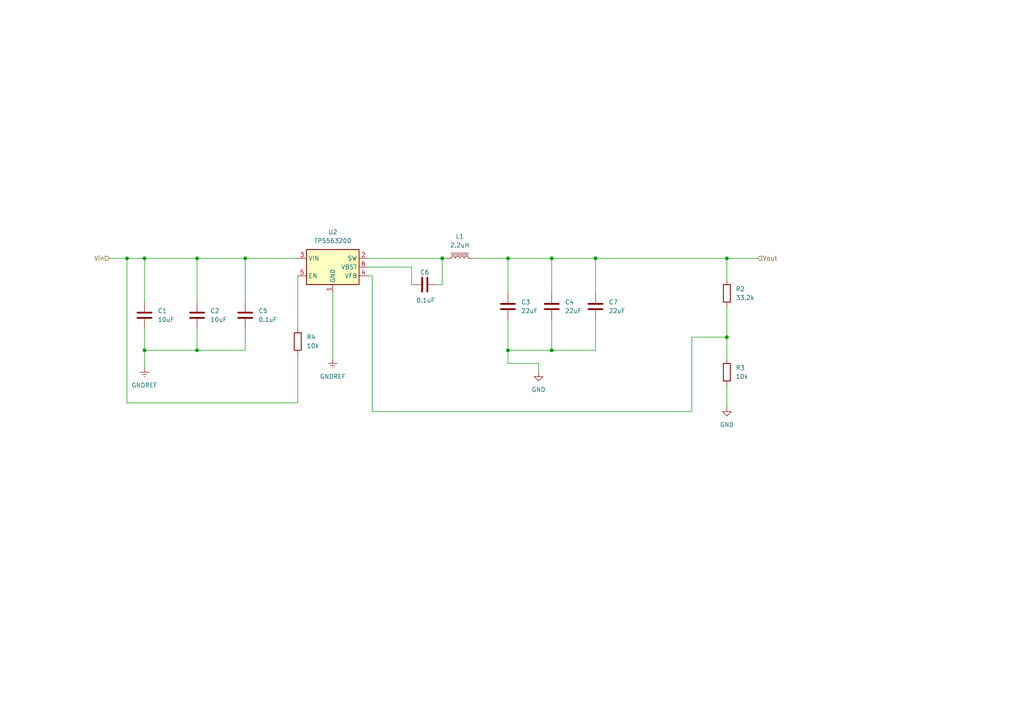
<source format=kicad_sch>
(kicad_sch (version 20250114) (generator "eeschema") (generator_version "9.0")
  (paper "A4")
  (title_block (title "Buck_Converter_6V-3,3V") (date "2025-11-23") (company "Murex") (comment 1 "Author: Kevin Chen"))
  (lib_symbols
    (symbol "Device:C" (pin_numbers (hide yes)) (pin_names (offset 0.254))
      (property "Reference" "C" (at 0.635 2.54 0))
      (property "Value" "C" (at 0.635 -2.54 0))
      (symbol "C_0_1"
        (polyline (pts (xy -2.032 0.762) (xy 2.032 0.762)) (stroke (width 0.508)))
        (polyline (pts (xy -2.032 -0.762) (xy 2.032 -0.762)) (stroke (width 0.508)))
      )
      (symbol "C_1_1"
        (pin passive line (at 0 3.81 270) (length 2.794) (name "~") (number "1"))
        (pin passive line (at 0 -3.81 90) (length 2.794) (name "~") (number "2"))
      )
    )
    (symbol "Device:L_Iron" (pin_numbers (hide yes)) (pin_names (offset 1.016) (hide yes))
      (property "Reference" "L" (at -1.27 0 90))
      (property "Value" "L_Iron" (at 2.794 0 90))
      (symbol "L_Iron_0_1"
        (arc (start 0 2.54) (mid 0.6323 1.905) (end 0 1.27))
        (arc (start 0 1.27) (mid 0.6323 0.635) (end 0 0))
        (arc (start 0 0) (mid 0.6323 -0.635) (end 0 -1.27))
        (arc (start 0 -1.27) (mid 0.6323 -1.905) (end 0 -2.54))
        (polyline (pts (xy 1.016 2.54) (xy 1.016 -2.54)))
        (polyline (pts (xy 1.524 -2.54) (xy 1.524 2.54)))
      )
      (symbol "L_Iron_1_1"
        (pin passive line (at 0 3.81 270) (length 1.27) (name "1") (number "1"))
        (pin passive line (at 0 -3.81 90) (length 1.27) (name "2") (number "2"))
      )
    )
    (symbol "Device:R" (pin_numbers (hide yes)) (pin_names (offset 0))
      (property "Reference" "R" (at 2.032 0 90))
      (property "Value" "R" (at 0 0 90))
      (symbol "R_0_1"
        (rectangle (start -1.016 -2.54) (end 1.016 2.54) (stroke (width 0.254)))
      )
      (symbol "R_1_1"
        (pin passive line (at 0 3.81 270) (length 1.27) (name "~") (number "1"))
        (pin passive line (at 0 -3.81 90) (length 1.27) (name "~") (number "2"))
      )
    )
    (symbol "Regulator_Switching:TPS563200"
      (property "Reference" "U" (at -7.62 6.35 0))
      (property "Value" "TPS563200" (at -2.54 6.35 0))
      (symbol "TPS563200_0_1"
        (rectangle (start -7.62 5.08) (end 7.62 -5.08) (stroke (width 0.254)) (fill (type background)))
      )
      (symbol "TPS563200_1_1"
        (pin power_in line (at -10.16 2.54 0) (length 2.54) (name "VIN") (number "3"))
        (pin input line (at -10.16 -2.54 0) (length 2.54) (name "EN") (number "5"))
        (pin power_in line (at 0 -7.62 90) (length 2.54) (name "GND") (number "1"))
        (pin output line (at 10.16 2.54 180) (length 2.54) (name "SW") (number "2"))
        (pin passive line (at 10.16 0 180) (length 2.54) (name "VBST") (number "6"))
        (pin input line (at 10.16 -2.54 180) (length 2.54) (name "VFB") (number "4"))
      )
    )
    (symbol "power:GND" (power) (pin_numbers (hide yes)) (pin_names (offset 0) (hide yes))
      (property "Value" "GND" (at 0 -3.81 0))
      (symbol "GND_0_1"
        (polyline (pts (xy 0 0) (xy 0 -1.27) (xy 1.27 -1.27) (xy 0 -2.54) (xy -1.27 -1.27) (xy 0 -1.27)))
      )
      (symbol "GND_1_1"
        (pin power_in line (at 0 0 270) (length 0) (name "~") (number "1"))
      )
    )
    (symbol "power:GNDREF" (power) (pin_numbers (hide yes)) (pin_names (offset 0) (hide yes))
      (property "Value" "GNDREF" (at 0 -3.81 0))
      (symbol "GNDREF_0_1"
        (polyline (pts (xy -0.635 -1.905) (xy 0.635 -1.905)))
        (polyline (pts (xy -0.127 -2.54) (xy 0.127 -2.54)))
        (polyline (pts (xy 0 -1.27) (xy 0 0)))
        (polyline (pts (xy 1.27 -1.27) (xy -1.27 -1.27)))
      )
      (symbol "GNDREF_1_1"
        (pin power_in line (at 0 0 270) (length 0) (name "~") (number "1"))
      )
    )
  )
  (junction (at 57.15 74.93))
  (junction (at 210.82 97.79))
  (junction (at 41.91 101.6))
  (junction (at 160.02 101.6))
  (junction (at 57.15 101.6))
  (junction (at 36.83 74.93))
  (junction (at 172.72 74.93))
  (junction (at 128.27 74.93))
  (junction (at 71.12 74.93))
  (junction (at 41.91 74.93))
  (junction (at 147.32 101.6))
  (junction (at 160.02 74.93))
  (junction (at 210.82 74.93))
  (junction (at 147.32 74.93))
  (wire (pts (xy 57.15 95.25) (xy 57.15 101.6)))
  (wire (pts (xy 128.27 82.55) (xy 128.27 74.93)))
  (wire (pts (xy 36.83 74.93) (xy 41.91 74.93)))
  (wire (pts (xy 41.91 101.6) (xy 41.91 106.68)))
  (wire (pts (xy 31.75 74.93) (xy 36.83 74.93)))
  (wire (pts (xy 156.21 105.41) (xy 147.32 105.41)))
  (wire (pts (xy 172.72 92.71) (xy 172.72 101.6)))
  (wire (pts (xy 210.82 97.79) (xy 210.82 104.14)))
  (wire (pts (xy 106.68 77.47) (xy 119.38 77.47)))
  (wire (pts (xy 86.36 116.84) (xy 86.36 102.87)))
  (wire (pts (xy 107.95 119.38) (xy 107.95 80.01)))
  (wire (pts (xy 128.27 74.93) (xy 129.54 74.93)))
  (wire (pts (xy 36.83 116.84) (xy 86.36 116.84)))
  (wire (pts (xy 160.02 92.71) (xy 160.02 101.6)))
  (wire (pts (xy 210.82 74.93) (xy 219.71 74.93)))
  (wire (pts (xy 41.91 74.93) (xy 41.91 87.63)))
  (wire (pts (xy 147.32 101.6) (xy 147.32 105.41)))
  (wire (pts (xy 172.72 101.6) (xy 160.02 101.6)))
  (wire (pts (xy 41.91 101.6) (xy 57.15 101.6)))
  (wire (pts (xy 71.12 74.93) (xy 71.12 87.63)))
  (wire (pts (xy 41.91 74.93) (xy 57.15 74.93)))
  (wire (pts (xy 41.91 95.25) (xy 41.91 101.6)))
  (wire (pts (xy 57.15 74.93) (xy 57.15 87.63)))
  (wire (pts (xy 210.82 111.76) (xy 210.82 118.11)))
  (wire (pts (xy 210.82 88.9) (xy 210.82 97.79)))
  (wire (pts (xy 200.66 97.79) (xy 200.66 119.38)))
  (wire (pts (xy 96.52 85.09) (xy 96.52 104.14)))
  (wire (pts (xy 71.12 74.93) (xy 86.36 74.93)))
  (wire (pts (xy 71.12 101.6) (xy 71.12 95.25)))
  (wire (pts (xy 57.15 101.6) (xy 71.12 101.6)))
  (wire (pts (xy 106.68 74.93) (xy 128.27 74.93)))
  (wire (pts (xy 210.82 97.79) (xy 200.66 97.79)))
  (wire (pts (xy 172.72 74.93) (xy 210.82 74.93)))
  (wire (pts (xy 147.32 74.93) (xy 160.02 74.93)))
  (wire (pts (xy 57.15 74.93) (xy 71.12 74.93)))
  (wire (pts (xy 119.38 77.47) (xy 119.38 82.55)))
  (wire (pts (xy 172.72 74.93) (xy 172.72 85.09)))
  (wire (pts (xy 137.16 74.93) (xy 147.32 74.93)))
  (wire (pts (xy 86.36 95.25) (xy 86.36 80.01)))
  (wire (pts (xy 160.02 101.6) (xy 147.32 101.6)))
  (wire (pts (xy 210.82 74.93) (xy 210.82 81.28)))
  (wire (pts (xy 156.21 107.95) (xy 156.21 105.41)))
  (wire (pts (xy 160.02 74.93) (xy 172.72 74.93)))
  (wire (pts (xy 36.83 74.93) (xy 36.83 116.84)))
  (wire (pts (xy 127 82.55) (xy 128.27 82.55)))
  (wire (pts (xy 200.66 119.38) (xy 107.95 119.38)))
  (wire (pts (xy 147.32 92.71) (xy 147.32 101.6)))
  (wire (pts (xy 107.95 80.01) (xy 106.68 80.01)))
  (wire (pts (xy 147.32 74.93) (xy 147.32 85.09)))
  (wire (pts (xy 160.02 74.93) (xy 160.02 85.09)))
  (hierarchical_label "Vin" (shape input) (at 31.75 74.93 180))
  (hierarchical_label "Vout" (shape input) (at 219.71 74.93 0))
  (symbol (lib_id "power:GND") (at 156.21 107.95 0) (unit 1)
    (property "Reference" "#PWR04" (effects (hide yes)))
    (property "Value" "GND" (at 156.21 113.03 0))
    (property "Description" "Power symbol creates a global label with name \"GND\" , ground" (effects (hide yes)))
  )
  (symbol (lib_id "power:GNDREF") (at 41.91 106.68 0) (unit 1)
    (property "Reference" "#PWR06" (effects (hide yes)))
    (property "Value" "GNDREF" (at 41.91 111.76 0))
    (property "Description" "Power symbol creates a global label with name \"GNDREF\" , reference supply ground" (effects (hide yes)))
  )
  (symbol (lib_id "Device:C") (at 71.12 91.44 0) (unit 1)
    (property "Reference" "C5" (at 74.93 90.1699 0) (effects (justify left)))
    (property "Value" "0.1uF" (at 74.93 92.7099 0) (effects (justify left)))
    (property "Footprint" "Capacitor_SMD:C_0603_1608Metric" (effects (hide yes)))
    (property "Description" "Unpolarized capacitor" (effects (hide yes)))
  )
  (symbol (lib_id "Device:R") (at 210.82 85.09 0) (unit 1)
    (property "Reference" "R2" (at 213.36 83.8199 0) (effects (justify left)))
    (property "Value" "33.2k" (at 213.36 86.3599 0) (effects (justify left)))
    (property "Footprint" "Resistor_SMD:R_0603_1608Metric" (effects (hide yes)))
    (property "Description" "Resistor" (effects (hide yes)))
  )
  (symbol (lib_id "Regulator_Switching:TPS563200") (at 96.52 77.47 0) (unit 1)
    (property "Reference" "U2" (at 96.52 67.31 0))
    (property "Value" "TPS563200" (at 96.52 69.85 0))
    (property "Footprint" "Package_TO_SOT_SMD:SOT-23-6" (effects (hide yes)))
    (property "Datasheet" "http://www.ti.com/lit/ds/symlink/tps563200.pdf" (effects (hide yes)))
    (property "Description" "3A Synchronous Step-Down Voltage Regulator, Adjustable Output Voltage, 4.5-17V Input Voltage, SOT-23-6" (effects (hide yes)))
  )
  (symbol (lib_id "Device:R") (at 210.82 107.95 0) (unit 1)
    (property "Reference" "R3" (at 213.36 106.6799 0) (effects (justify left)))
    (property "Value" "10k" (at 213.36 109.2199 0) (effects (justify left)))
    (property "Footprint" "Resistor_SMD:R_0603_1608Metric" (effects (hide yes)))
    (property "Description" "Resistor" (effects (hide yes)))
  )
  (symbol (lib_id "Device:C") (at 41.91 91.44 0) (unit 1)
    (property "Reference" "C1" (at 45.72 90.1699 0) (effects (justify left)))
    (property "Value" "10uF" (at 45.72 92.7099 0) (effects (justify left)))
    (property "Footprint" "Capacitor_SMD:C_0603_1608Metric" (effects (hide yes)))
    (property "Description" "Unpolarized capacitor" (effects (hide yes)))
  )
  (symbol (lib_id "Device:C") (at 160.02 88.9 0) (unit 1)
    (property "Reference" "C4" (at 163.83 87.6299 0) (effects (justify left)))
    (property "Value" "22uF" (at 163.83 90.1699 0) (effects (justify left)))
    (property "Footprint" "Capacitor_SMD:C_0805_2012Metric" (effects (hide yes)))
    (property "Description" "Unpolarized capacitor" (effects (hide yes)))
  )
  (symbol (lib_id "Device:C") (at 172.72 88.9 0) (unit 1)
    (property "Reference" "C7" (at 176.53 87.6299 0) (effects (justify left)))
    (property "Value" "22uF" (at 176.53 90.1699 0) (effects (justify left)))
    (property "Footprint" "Capacitor_SMD:C_0603_1608Metric" (effects (hide yes)))
    (property "Description" "Unpolarized capacitor" (effects (hide yes)))
  )
  (symbol (lib_id "power:GND") (at 210.82 118.11 0) (unit 1)
    (property "Reference" "#PWR03" (effects (hide yes)))
    (property "Value" "GND" (at 210.82 123.19 0))
    (property "Description" "Power symbol creates a global label with name \"GND\" , ground" (effects (hide yes)))
  )
  (symbol (lib_id "power:GNDREF") (at 96.52 104.14 0) (unit 1)
    (property "Reference" "#PWR08" (effects (hide yes)))
    (property "Value" "GNDREF" (at 96.52 109.22 0))
    (property "Description" "Power symbol creates a global label with name \"GNDREF\" , reference supply ground" (effects (hide yes)))
  )
  (symbol (lib_id "Device:C") (at 123.19 82.55 90) (unit 1)
    (property "Reference" "C6" (at 123.19 78.994 90))
    (property "Value" "0.1uF" (at 123.444 87.122 90))
    (property "Footprint" "Capacitor_SMD:C_0402_1005Metric" (effects (hide yes)))
    (property "Description" "Unpolarized capacitor" (effects (hide yes)))
  )
  (symbol (lib_id "Device:L_Iron") (at 133.35 74.93 90) (unit 1)
    (property "Reference" "L1" (at 133.35 68.58 90))
    (property "Value" "2.2uH" (at 133.35 71.12 90))
    (property "Footprint" "Inductor_SMD:L_Vishay_IHLP-2525" (effects (hide yes)))
    (property "Description" "Inductor with iron core" (effects (hide yes)))
  )
  (symbol (lib_id "Device:C") (at 147.32 88.9 0) (unit 1)
    (property "Reference" "C3" (at 151.13 87.6299 0) (effects (justify left)))
    (property "Value" "22uF" (at 151.13 90.1699 0) (effects (justify left)))
    (property "Footprint" "Capacitor_SMD:C_0805_2012Metric" (effects (hide yes)))
    (property "Description" "Unpolarized capacitor" (effects (hide yes)))
  )
  (symbol (lib_id "Device:R") (at 86.36 99.06 0) (unit 1)
    (property "Reference" "R4" (at 88.9 97.7899 0) (effects (justify left)))
    (property "Value" "10k" (at 88.9 100.3299 0) (effects (justify left)))
    (property "Footprint" "Resistor_SMD:R_0603_1608Metric" (effects (hide yes)))
    (property "Description" "Resistor" (effects (hide yes)))
  )
  (symbol (lib_id "Device:C") (at 57.15 91.44 0) (unit 1)
    (property "Reference" "C2" (at 60.96 90.1699 0) (effects (justify left)))
    (property "Value" "10uF" (at 60.96 92.7099 0) (effects (justify left)))
    (property "Footprint" "Capacitor_SMD:C_0603_1608Metric" (effects (hide yes)))
    (property "Description" "Unpolarized capacitor" (effects (hide yes)))
  )
)
</source>
